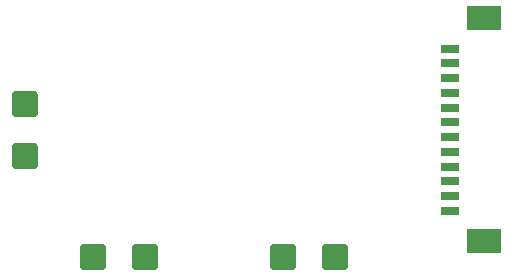
<source format=gbr>
%TF.GenerationSoftware,KiCad,Pcbnew,9.0.2*%
%TF.CreationDate,2025-07-12T02:52:05+01:00*%
%TF.ProjectId,PDB_AURA,5044425f-4155-4524-912e-6b696361645f,rev?*%
%TF.SameCoordinates,Original*%
%TF.FileFunction,Paste,Bot*%
%TF.FilePolarity,Positive*%
%FSLAX46Y46*%
G04 Gerber Fmt 4.6, Leading zero omitted, Abs format (unit mm)*
G04 Created by KiCad (PCBNEW 9.0.2) date 2025-07-12 02:52:05*
%MOMM*%
%LPD*%
G01*
G04 APERTURE LIST*
G04 Aperture macros list*
%AMRoundRect*
0 Rectangle with rounded corners*
0 $1 Rounding radius*
0 $2 $3 $4 $5 $6 $7 $8 $9 X,Y pos of 4 corners*
0 Add a 4 corners polygon primitive as box body*
4,1,4,$2,$3,$4,$5,$6,$7,$8,$9,$2,$3,0*
0 Add four circle primitives for the rounded corners*
1,1,$1+$1,$2,$3*
1,1,$1+$1,$4,$5*
1,1,$1+$1,$6,$7*
1,1,$1+$1,$8,$9*
0 Add four rect primitives between the rounded corners*
20,1,$1+$1,$2,$3,$4,$5,0*
20,1,$1+$1,$4,$5,$6,$7,0*
20,1,$1+$1,$6,$7,$8,$9,0*
20,1,$1+$1,$8,$9,$2,$3,0*%
G04 Aperture macros list end*
%ADD10RoundRect,0.250000X-0.850000X0.825000X-0.850000X-0.825000X0.850000X-0.825000X0.850000X0.825000X0*%
%ADD11RoundRect,0.250000X0.825000X0.850000X-0.825000X0.850000X-0.825000X-0.850000X0.825000X-0.850000X0*%
%ADD12R,1.600000X0.800000*%
%ADD13R,3.000000X2.100000*%
G04 APERTURE END LIST*
D10*
%TO.C,D305*%
X80850000Y-85750000D03*
X85250000Y-85750000D03*
%TD*%
%TO.C,D304*%
X64800000Y-85750000D03*
X69200000Y-85750000D03*
%TD*%
D11*
%TO.C,D101*%
X59000000Y-72800000D03*
X59000000Y-77200000D03*
%TD*%
D12*
%TO.C,J302*%
X95008000Y-68125000D03*
X95008000Y-69375000D03*
X95008000Y-70625000D03*
X95008000Y-71875000D03*
X95008000Y-73125000D03*
X95008000Y-74375000D03*
X95008000Y-75625000D03*
X95008000Y-76875000D03*
X95008000Y-78125000D03*
X95008000Y-79375000D03*
X95008000Y-80625000D03*
X95008000Y-81875000D03*
D13*
X97908000Y-65575000D03*
X97908000Y-84425000D03*
%TD*%
M02*

</source>
